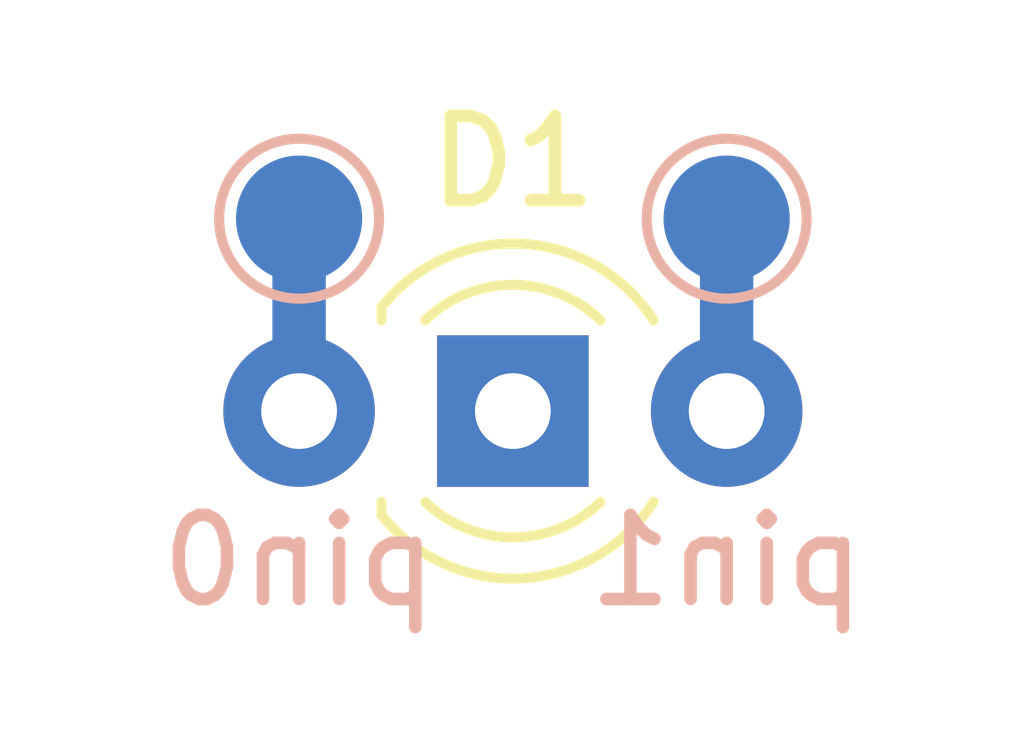
<source format=kicad_pcb>
(kicad_pcb (version 20211014) (generator pcbnew)
  (layers (0 "F.Cu" signal) (31 "B.Cu" signal) (34 "B.Paste" user) (35 "F.Paste" user) (36 "B.SilkS" user "B.Silkscreen") (37 "F.SilkS" user "F.Silkscreen") (38 "B.Mask" user) (39 "F.Mask" user) (44 "Edge.Cuts" user))
  (net 0 "")
  (net 1 "GND")
  (net 2 "Pin0")
  (net 3 "Pin1")
  (footprint "LED_THT:LED_D3.0mm-3" (layer "F.Cu") (at -2.54 0)
    (fp_text reference "D1" (at 2.54 -2.96) (layer "F.SilkS"))
    (fp_text value "LED_Dual_ACA")
    (fp_line (start 0.98 1.08) (end 0.98 1.236) (layer "F.SilkS") (width 0.12))
    (fp_line (start 0.98 -1.236) (end 0.98 -1.08) (layer "F.SilkS") (width 0.12))
    (fp_arc (start 0.98 -1.235516) (mid 2.636487 -1.987659) (end 4.212335 -1.078608) (layer "F.SilkS") (width 0.12))
    (fp_arc (start 3.58113 1.079837) (mid 2.540117 1.5) (end 1.499039 1.08) (layer "F.SilkS") (width 0.12))
    (fp_arc (start 4.212335 1.078608) (mid 2.636487 1.987659) (end 0.98 1.235516) (layer "F.SilkS") (width 0.12))
    (fp_arc (start 1.499039 -1.08) (mid 2.540117 -1.5) (end 3.58113 -1.079837) (layer "F.SilkS") (width 0.12))
    (pad "1" thru_hole circle locked (at 0 0) (size 1.8 1.8) (drill 0.9) (layers *.Cu *.Mask) (net 2 "Pin0"))
    (pad "2" thru_hole rect locked (at 2.54 0) (size 1.8 1.8) (drill 0.9) (layers *.Cu *.Mask) (net 1 "GND"))
    (pad "3" thru_hole circle locked (at 5.08 0) (size 1.8 1.8) (drill 0.9) (layers *.Cu *.Mask) (net 3 "Pin1"))
  )
  (footprint "TestPoint:TestPoint_Pad_D1.5mm" (layer "B.Cu") (at -2.54 -2.286)
    (fp_text reference "TP1" hide)
    (fp_text value "TestPoint")
    (fp_circle (center 0 0) (end 0 -0.95) (layer "B.SilkS") (width 0.12) (fill none))
    (pad "1" smd circle locked (at 0 0) (size 1.5 1.5) (layers "B.Cu" "B.Mask") (net 2 "Pin0"))
  )
  (footprint "TestPoint:TestPoint_Pad_D1.5mm" (layer "B.Cu") (at 2.54 -2.286)
    (fp_text reference "TP2" hide)
    (fp_text value "TestPoint")
    (fp_circle (center 0 0) (end 0 -0.95) (layer "B.SilkS") (width 0.12) (fill none))
    (pad "1" smd circle locked (at 0 0) (size 1.5 1.5) (layers "B.Cu" "B.Mask") (net 3 "Pin1"))
  )
  (gr_text "pin1" (at 2.54 1.778) (layer "B.SilkS") (effects (font (size 1 1)) (justify mirror)))
  (gr_text "pin0" (at -2.54 1.778) (layer "B.SilkS") (effects (font (size 1 1)) (justify mirror)))
  (segment (start -2.54 0) (end -2.54 -2.286) (width 0.635) (layer "B.Cu") (net 2))
  (segment (start 2.54 0) (end 2.54 -2.286) (width 0.635) (layer "B.Cu") (net 3))
)
</source>
